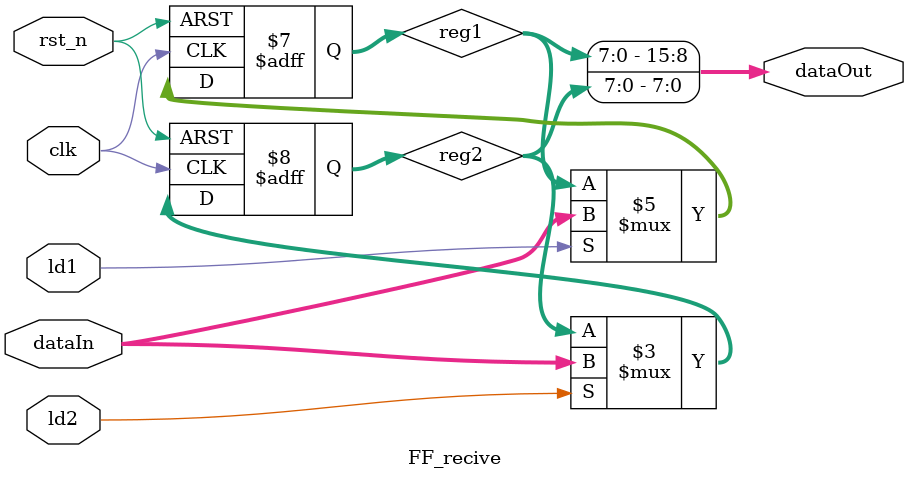
<source format=v>
module FF_recive(
	input clk, 
	input rst_n, 
	input ld1, 
	input ld2,
	input [7:0]dataIn,
	output [15:0] dataOut
	);

	reg [7:0]reg1, reg2;

	always @(posedge clk or negedge rst_n) begin : proc_regs
		if(~rst_n) begin
			reg1 <= 0;
			reg2 <= 0;
		end else begin
			if(ld1)
				reg1 <= dataIn;
			if(ld2)
				reg2 <= dataIn;
		end
	end

	assign dataOut = {reg1, reg2};


endmodule



</source>
